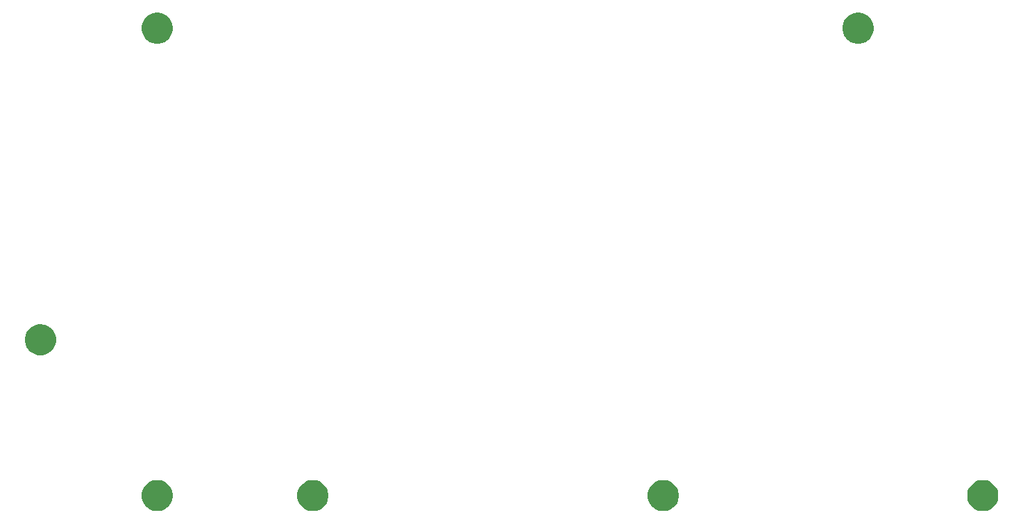
<source format=gts>
G04 #@! TF.GenerationSoftware,KiCad,Pcbnew,5.1.2-f72e74a~84~ubuntu18.04.1*
G04 #@! TF.CreationDate,2019-06-18T11:56:32+09:00*
G04 #@! TF.ProjectId,left-top-mirror,6c656674-2d74-46f7-902d-6d6972726f72,rev?*
G04 #@! TF.SameCoordinates,Original*
G04 #@! TF.FileFunction,Soldermask,Top*
G04 #@! TF.FilePolarity,Negative*
%FSLAX46Y46*%
G04 Gerber Fmt 4.6, Leading zero omitted, Abs format (unit mm)*
G04 Created by KiCad (PCBNEW 5.1.2-f72e74a~84~ubuntu18.04.1) date 2019-06-18 11:56:32*
%MOMM*%
%LPD*%
G04 APERTURE LIST*
%ADD10C,0.100000*%
G04 APERTURE END LIST*
D10*
G36*
X197245866Y-116045527D02*
G01*
X197429501Y-116082054D01*
X197775461Y-116225356D01*
X198086817Y-116433397D01*
X198351603Y-116698183D01*
X198559644Y-117009539D01*
X198702946Y-117355499D01*
X198776000Y-117722768D01*
X198776000Y-118097232D01*
X198702946Y-118464501D01*
X198559644Y-118810461D01*
X198351603Y-119121817D01*
X198086817Y-119386603D01*
X197775461Y-119594644D01*
X197429501Y-119737946D01*
X197062233Y-119811000D01*
X196687767Y-119811000D01*
X196320499Y-119737946D01*
X195974539Y-119594644D01*
X195663183Y-119386603D01*
X195398397Y-119121817D01*
X195190356Y-118810461D01*
X195047054Y-118464501D01*
X194974000Y-118097232D01*
X194974000Y-117722768D01*
X195047054Y-117355499D01*
X195190356Y-117009539D01*
X195398397Y-116698183D01*
X195663183Y-116433397D01*
X195974539Y-116225356D01*
X196320499Y-116082054D01*
X196504134Y-116045527D01*
X196687767Y-116009000D01*
X197062233Y-116009000D01*
X197245866Y-116045527D01*
X197245866Y-116045527D01*
G37*
G36*
X158280866Y-116045527D02*
G01*
X158464501Y-116082054D01*
X158810461Y-116225356D01*
X159121817Y-116433397D01*
X159386603Y-116698183D01*
X159594644Y-117009539D01*
X159737946Y-117355499D01*
X159811000Y-117722768D01*
X159811000Y-118097232D01*
X159737946Y-118464501D01*
X159594644Y-118810461D01*
X159386603Y-119121817D01*
X159121817Y-119386603D01*
X158810461Y-119594644D01*
X158464501Y-119737946D01*
X158097233Y-119811000D01*
X157722767Y-119811000D01*
X157355499Y-119737946D01*
X157009539Y-119594644D01*
X156698183Y-119386603D01*
X156433397Y-119121817D01*
X156225356Y-118810461D01*
X156082054Y-118464501D01*
X156009000Y-118097232D01*
X156009000Y-117722768D01*
X156082054Y-117355499D01*
X156225356Y-117009539D01*
X156433397Y-116698183D01*
X156698183Y-116433397D01*
X157009539Y-116225356D01*
X157355499Y-116082054D01*
X157539134Y-116045527D01*
X157722767Y-116009000D01*
X158097233Y-116009000D01*
X158280866Y-116045527D01*
X158280866Y-116045527D01*
G37*
G36*
X115530866Y-116045527D02*
G01*
X115714501Y-116082054D01*
X116060461Y-116225356D01*
X116371817Y-116433397D01*
X116636603Y-116698183D01*
X116844644Y-117009539D01*
X116987946Y-117355499D01*
X117061000Y-117722768D01*
X117061000Y-118097232D01*
X116987946Y-118464501D01*
X116844644Y-118810461D01*
X116636603Y-119121817D01*
X116371817Y-119386603D01*
X116060461Y-119594644D01*
X115714501Y-119737946D01*
X115347233Y-119811000D01*
X114972767Y-119811000D01*
X114605499Y-119737946D01*
X114259539Y-119594644D01*
X113948183Y-119386603D01*
X113683397Y-119121817D01*
X113475356Y-118810461D01*
X113332054Y-118464501D01*
X113259000Y-118097232D01*
X113259000Y-117722768D01*
X113332054Y-117355499D01*
X113475356Y-117009539D01*
X113683397Y-116698183D01*
X113948183Y-116433397D01*
X114259539Y-116225356D01*
X114605499Y-116082054D01*
X114789134Y-116045527D01*
X114972767Y-116009000D01*
X115347233Y-116009000D01*
X115530866Y-116045527D01*
X115530866Y-116045527D01*
G37*
G36*
X96530866Y-116045527D02*
G01*
X96714501Y-116082054D01*
X97060461Y-116225356D01*
X97371817Y-116433397D01*
X97636603Y-116698183D01*
X97844644Y-117009539D01*
X97987946Y-117355499D01*
X98061000Y-117722768D01*
X98061000Y-118097232D01*
X97987946Y-118464501D01*
X97844644Y-118810461D01*
X97636603Y-119121817D01*
X97371817Y-119386603D01*
X97060461Y-119594644D01*
X96714501Y-119737946D01*
X96347233Y-119811000D01*
X95972767Y-119811000D01*
X95605499Y-119737946D01*
X95259539Y-119594644D01*
X94948183Y-119386603D01*
X94683397Y-119121817D01*
X94475356Y-118810461D01*
X94332054Y-118464501D01*
X94259000Y-118097232D01*
X94259000Y-117722768D01*
X94332054Y-117355499D01*
X94475356Y-117009539D01*
X94683397Y-116698183D01*
X94948183Y-116433397D01*
X95259539Y-116225356D01*
X95605499Y-116082054D01*
X95789134Y-116045527D01*
X95972767Y-116009000D01*
X96347233Y-116009000D01*
X96530866Y-116045527D01*
X96530866Y-116045527D01*
G37*
G36*
X82280866Y-97045527D02*
G01*
X82464501Y-97082054D01*
X82810461Y-97225356D01*
X83121817Y-97433397D01*
X83386603Y-97698183D01*
X83594644Y-98009539D01*
X83737946Y-98355499D01*
X83811000Y-98722768D01*
X83811000Y-99097232D01*
X83737946Y-99464501D01*
X83594644Y-99810461D01*
X83386603Y-100121817D01*
X83121817Y-100386603D01*
X82810461Y-100594644D01*
X82464501Y-100737946D01*
X82097233Y-100811000D01*
X81722767Y-100811000D01*
X81539134Y-100774473D01*
X81355499Y-100737946D01*
X81009539Y-100594644D01*
X80698183Y-100386603D01*
X80433397Y-100121817D01*
X80225356Y-99810461D01*
X80082054Y-99464501D01*
X80009000Y-99097232D01*
X80009000Y-98722768D01*
X80082054Y-98355499D01*
X80225356Y-98009539D01*
X80433397Y-97698183D01*
X80698183Y-97433397D01*
X81009539Y-97225356D01*
X81355499Y-97082054D01*
X81722767Y-97009000D01*
X82097233Y-97009000D01*
X82280866Y-97045527D01*
X82280866Y-97045527D01*
G37*
G36*
X182030866Y-59045527D02*
G01*
X182214501Y-59082054D01*
X182560461Y-59225356D01*
X182871817Y-59433397D01*
X183136603Y-59698183D01*
X183344644Y-60009539D01*
X183487946Y-60355499D01*
X183561000Y-60722768D01*
X183561000Y-61097232D01*
X183487946Y-61464501D01*
X183344644Y-61810461D01*
X183136603Y-62121817D01*
X182871817Y-62386603D01*
X182560461Y-62594644D01*
X182214501Y-62737946D01*
X181847233Y-62811000D01*
X181472767Y-62811000D01*
X181105499Y-62737946D01*
X180759539Y-62594644D01*
X180448183Y-62386603D01*
X180183397Y-62121817D01*
X179975356Y-61810461D01*
X179832054Y-61464501D01*
X179759000Y-61097232D01*
X179759000Y-60722768D01*
X179832054Y-60355499D01*
X179975356Y-60009539D01*
X180183397Y-59698183D01*
X180448183Y-59433397D01*
X180759539Y-59225356D01*
X181105499Y-59082054D01*
X181289134Y-59045527D01*
X181472767Y-59009000D01*
X181847233Y-59009000D01*
X182030866Y-59045527D01*
X182030866Y-59045527D01*
G37*
G36*
X96530866Y-59045527D02*
G01*
X96714501Y-59082054D01*
X97060461Y-59225356D01*
X97371817Y-59433397D01*
X97636603Y-59698183D01*
X97844644Y-60009539D01*
X97987946Y-60355499D01*
X98061000Y-60722768D01*
X98061000Y-61097232D01*
X97987946Y-61464501D01*
X97844644Y-61810461D01*
X97636603Y-62121817D01*
X97371817Y-62386603D01*
X97060461Y-62594644D01*
X96714501Y-62737946D01*
X96347233Y-62811000D01*
X95972767Y-62811000D01*
X95605499Y-62737946D01*
X95259539Y-62594644D01*
X94948183Y-62386603D01*
X94683397Y-62121817D01*
X94475356Y-61810461D01*
X94332054Y-61464501D01*
X94259000Y-61097232D01*
X94259000Y-60722768D01*
X94332054Y-60355499D01*
X94475356Y-60009539D01*
X94683397Y-59698183D01*
X94948183Y-59433397D01*
X95259539Y-59225356D01*
X95605499Y-59082054D01*
X95789134Y-59045527D01*
X95972767Y-59009000D01*
X96347233Y-59009000D01*
X96530866Y-59045527D01*
X96530866Y-59045527D01*
G37*
M02*

</source>
